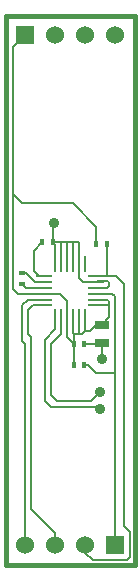
<source format=gtl>
G04 (created by PCBNEW-RS274X (2012-apr-16-27)-stable) date Sat 16 Nov 2013 11:41:47 AM EET*
G01*
G70*
G90*
%MOIN*%
G04 Gerber Fmt 3.4, Leading zero omitted, Abs format*
%FSLAX34Y34*%
G04 APERTURE LIST*
%ADD10C,0.006000*%
%ADD11C,0.015000*%
%ADD12R,0.023600X0.015700*%
%ADD13R,0.015700X0.023600*%
%ADD14R,0.060000X0.060000*%
%ADD15C,0.060000*%
%ADD16R,0.053200X0.007900*%
%ADD17R,0.007900X0.053200*%
%ADD18R,0.045000X0.025000*%
%ADD19C,0.035000*%
%ADD20C,0.008000*%
G04 APERTURE END LIST*
G54D10*
G54D11*
X16100Y-07250D02*
X16100Y-25550D01*
X11800Y-07250D02*
X16100Y-07250D01*
X11800Y-25550D02*
X11800Y-07250D01*
X16100Y-25550D02*
X11800Y-25550D01*
G54D12*
X12350Y-16177D03*
X12350Y-15823D03*
G54D13*
X13377Y-14800D03*
X13023Y-14800D03*
G54D14*
X12450Y-07900D03*
G54D15*
X13450Y-07900D03*
X14450Y-07900D03*
X15450Y-07900D03*
G54D14*
X15450Y-24900D03*
G54D15*
X14450Y-24900D03*
X13450Y-24900D03*
X12450Y-24900D03*
G54D13*
X14427Y-18200D03*
X14073Y-18200D03*
G54D16*
X13074Y-15918D03*
X13074Y-16115D03*
X13074Y-16509D03*
X13074Y-16312D03*
X13074Y-16705D03*
X13074Y-16902D03*
X14826Y-16902D03*
X14826Y-16705D03*
X14826Y-16312D03*
X14826Y-16509D03*
X14826Y-16115D03*
X14826Y-15918D03*
G54D17*
X14439Y-17276D03*
X14235Y-17276D03*
X13842Y-17276D03*
X14039Y-17276D03*
X13646Y-17276D03*
X13449Y-17276D03*
X13449Y-15524D03*
X13646Y-15524D03*
X14039Y-15524D03*
X13842Y-15524D03*
X14235Y-15524D03*
X14432Y-15524D03*
G54D13*
X14823Y-14850D03*
X15177Y-14850D03*
X14073Y-18900D03*
X14427Y-18900D03*
G54D18*
X15000Y-18150D03*
X15000Y-17550D03*
G54D19*
X14950Y-20350D03*
X14950Y-19800D03*
X13400Y-14150D03*
X15000Y-18700D03*
G54D20*
X13842Y-17276D02*
X13842Y-16742D01*
X14235Y-17276D02*
X14235Y-17850D01*
X14350Y-17850D02*
X14235Y-17850D01*
X14073Y-18900D02*
X14073Y-18200D01*
X14600Y-17750D02*
X14800Y-17550D01*
X15195Y-16705D02*
X15250Y-16760D01*
X13842Y-17276D02*
X13842Y-17969D01*
X12050Y-13200D02*
X12050Y-08300D01*
X12209Y-16509D02*
X12050Y-16350D01*
X14439Y-17761D02*
X14350Y-17850D01*
X15250Y-17300D02*
X15000Y-17550D01*
X14823Y-14273D02*
X14050Y-13500D01*
X14800Y-17550D02*
X15000Y-17550D01*
X13842Y-16742D02*
X13609Y-16509D01*
X14439Y-17276D02*
X14439Y-17750D01*
X14073Y-18200D02*
X14073Y-17850D01*
X14439Y-17750D02*
X14439Y-17761D01*
X14826Y-16705D02*
X15195Y-16705D01*
X15250Y-16760D02*
X15250Y-16902D01*
X14823Y-14850D02*
X14823Y-14273D01*
X12050Y-08300D02*
X12450Y-07900D01*
X14439Y-17750D02*
X14600Y-17750D01*
X14826Y-16902D02*
X15250Y-16902D01*
X14039Y-17816D02*
X14073Y-17850D01*
X12350Y-13500D02*
X12050Y-13200D01*
X14050Y-13500D02*
X12350Y-13500D01*
X13609Y-16509D02*
X13074Y-16509D01*
X12050Y-16350D02*
X12050Y-13200D01*
X13074Y-16509D02*
X12209Y-16509D01*
X13842Y-17969D02*
X14073Y-18200D01*
X14039Y-17276D02*
X14039Y-17816D01*
X15250Y-16902D02*
X15250Y-17300D01*
X14235Y-17850D02*
X14073Y-17850D01*
X12550Y-17050D02*
X12698Y-16902D01*
X12698Y-16902D02*
X13074Y-16902D01*
X12550Y-17850D02*
X12550Y-17050D01*
X13450Y-24900D02*
X13450Y-24500D01*
X13450Y-24500D02*
X12650Y-23700D01*
X12650Y-23700D02*
X12650Y-17950D01*
X12650Y-17950D02*
X12550Y-17850D01*
X13449Y-17701D02*
X13449Y-17276D01*
X13100Y-18050D02*
X13449Y-17701D01*
X14950Y-20350D02*
X14900Y-20300D01*
X14900Y-20300D02*
X13300Y-20300D01*
X13300Y-20300D02*
X13100Y-20100D01*
X13100Y-20100D02*
X13100Y-18050D01*
X13300Y-18200D02*
X13631Y-17869D01*
X14950Y-19800D02*
X14650Y-20100D01*
X14650Y-20100D02*
X13500Y-20100D01*
X13300Y-19900D02*
X13300Y-18200D01*
X13631Y-17276D02*
X13646Y-17276D01*
X13500Y-20100D02*
X13300Y-19900D01*
X13631Y-17869D02*
X13631Y-17276D01*
X12450Y-24900D02*
X12450Y-18200D01*
X12545Y-16705D02*
X13074Y-16705D01*
X12350Y-16900D02*
X12545Y-16705D01*
X12450Y-18200D02*
X12350Y-18100D01*
X12350Y-18100D02*
X12350Y-16900D01*
X15450Y-19150D02*
X15450Y-24900D01*
X15450Y-19100D02*
X15450Y-19150D01*
X15359Y-16509D02*
X15450Y-16600D01*
X15450Y-16600D02*
X15450Y-19100D01*
X14826Y-16509D02*
X15359Y-16509D01*
X14800Y-19150D02*
X15450Y-19150D01*
X14427Y-18900D02*
X14550Y-18900D01*
X14550Y-18900D02*
X14800Y-19150D01*
X14700Y-25400D02*
X15850Y-25400D01*
X15950Y-24450D02*
X15750Y-24250D01*
X15850Y-25400D02*
X15950Y-25300D01*
X14450Y-24900D02*
X14450Y-25150D01*
X15177Y-15918D02*
X14826Y-15918D01*
X15468Y-15918D02*
X15177Y-15918D01*
X15750Y-16200D02*
X15468Y-15918D01*
X15750Y-24250D02*
X15750Y-16200D01*
X15950Y-25300D02*
X15950Y-24450D01*
X14450Y-25150D02*
X14700Y-25400D01*
X15177Y-14850D02*
X15177Y-15918D01*
X14950Y-18200D02*
X15000Y-18150D01*
X14200Y-14800D02*
X14039Y-14800D01*
X14427Y-18200D02*
X14950Y-18200D01*
X13449Y-14872D02*
X13377Y-14800D01*
X13646Y-14800D02*
X13377Y-14800D01*
X15200Y-16100D02*
X14841Y-16100D01*
X14826Y-16312D02*
X15188Y-16312D01*
X13842Y-14800D02*
X13646Y-14800D01*
X14039Y-14800D02*
X13842Y-14800D01*
X14039Y-15524D02*
X14039Y-14800D01*
X13377Y-14800D02*
X13377Y-14173D01*
X15000Y-18150D02*
X15000Y-18700D01*
X13449Y-15524D02*
X13449Y-14872D01*
X13377Y-14173D02*
X13400Y-14150D01*
X14365Y-16115D02*
X14826Y-16115D01*
X13646Y-15524D02*
X13646Y-14800D01*
X15250Y-16250D02*
X15250Y-16150D01*
X15250Y-16150D02*
X15200Y-16100D01*
X14235Y-15524D02*
X14235Y-14835D01*
X13842Y-15524D02*
X13842Y-14800D01*
X15188Y-16312D02*
X15250Y-16250D01*
X14235Y-15524D02*
X14235Y-15985D01*
X14235Y-15985D02*
X14365Y-16115D01*
X14841Y-16100D02*
X14826Y-16115D01*
X14235Y-14835D02*
X14200Y-14800D01*
X12750Y-15750D02*
X12750Y-15073D01*
X12750Y-15073D02*
X13023Y-14800D01*
X13074Y-15918D02*
X12918Y-15918D01*
X12918Y-15918D02*
X12750Y-15750D01*
X12765Y-16115D02*
X12473Y-15823D01*
X13074Y-16115D02*
X12765Y-16115D01*
X12473Y-15823D02*
X12350Y-15823D01*
X13074Y-16312D02*
X12485Y-16312D01*
X12485Y-16312D02*
X12350Y-16177D01*
M02*

</source>
